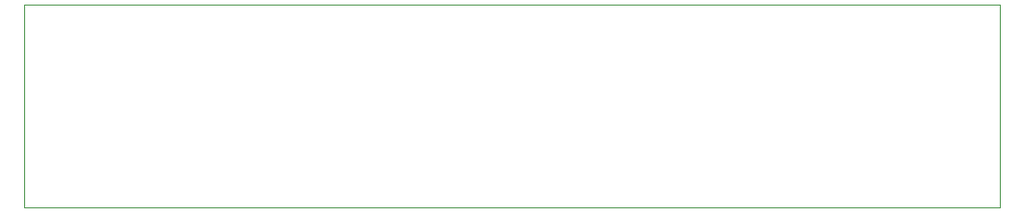
<source format=gko>
G75*
G70*
%OFA0B0*%
%FSLAX24Y24*%
%IPPOS*%
%LPD*%
%AMOC8*
5,1,8,0,0,1.08239X$1,22.5*
%
%ADD10C,0.0000*%
D10*
X000160Y000310D02*
X035160Y000310D01*
X035160Y007585D01*
X000160Y007585D01*
X000160Y000310D01*
M02*

</source>
